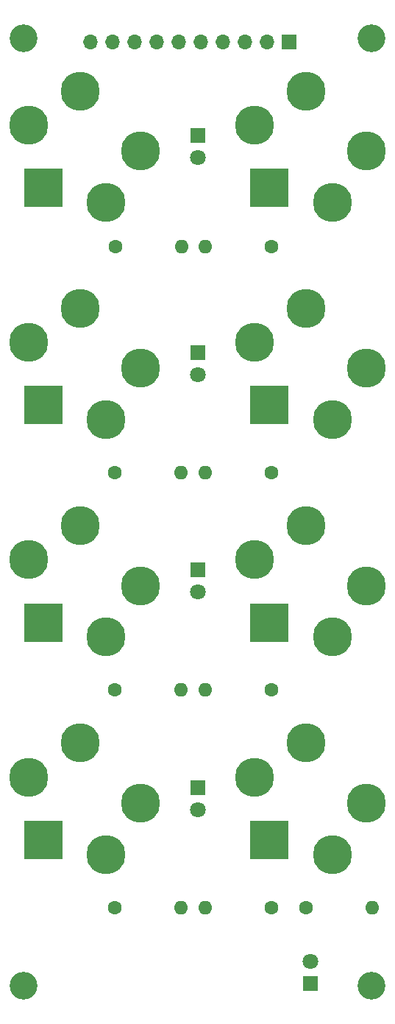
<source format=gbr>
%TF.GenerationSoftware,KiCad,Pcbnew,5.1.9-73d0e3b20d~88~ubuntu20.04.1*%
%TF.CreationDate,2021-03-31T23:36:19-04:00*%
%TF.ProjectId,MCVI,4d435649-2e6b-4696-9361-645f70636258,rev?*%
%TF.SameCoordinates,Original*%
%TF.FileFunction,Soldermask,Top*%
%TF.FilePolarity,Negative*%
%FSLAX46Y46*%
G04 Gerber Fmt 4.6, Leading zero omitted, Abs format (unit mm)*
G04 Created by KiCad (PCBNEW 5.1.9-73d0e3b20d~88~ubuntu20.04.1) date 2021-03-31 23:36:19*
%MOMM*%
%LPD*%
G01*
G04 APERTURE LIST*
%ADD10C,3.200000*%
%ADD11O,1.600000X1.600000*%
%ADD12C,1.600000*%
%ADD13C,1.800000*%
%ADD14R,1.800000X1.800000*%
%ADD15C,4.500001*%
%ADD16C,4.500000*%
%ADD17R,4.500001X4.500001*%
%ADD18O,1.700000X1.700000*%
%ADD19R,1.700000X1.700000*%
G04 APERTURE END LIST*
D10*
%TO.C,H4*%
X162000000Y-176000000D03*
%TD*%
D11*
%TO.C,R15*%
X142880000Y-142000000D03*
D12*
X150500000Y-142000000D03*
%TD*%
D13*
%TO.C,D6*%
X142000000Y-105740000D03*
D14*
X142000000Y-103200000D03*
%TD*%
D11*
%TO.C,R10*%
X162120000Y-167000000D03*
D12*
X154500000Y-167000000D03*
%TD*%
D11*
%TO.C,R16*%
X140120000Y-142000000D03*
D12*
X132500000Y-142000000D03*
%TD*%
D11*
%TO.C,R11*%
X142880000Y-91000000D03*
D12*
X150500000Y-91000000D03*
%TD*%
D11*
%TO.C,R17*%
X142880000Y-167000000D03*
D12*
X150500000Y-167000000D03*
%TD*%
D10*
%TO.C,H3*%
X122000000Y-176000000D03*
%TD*%
D13*
%TO.C,D7*%
X142000000Y-130740000D03*
D14*
X142000000Y-128200000D03*
%TD*%
D15*
%TO.C,J13*%
X157500000Y-85900000D03*
D16*
X148600000Y-77000000D03*
D15*
X161400000Y-80000000D03*
D17*
X150260000Y-84240000D03*
D16*
X154500000Y-73100000D03*
%TD*%
D11*
%TO.C,R18*%
X140120000Y-167000000D03*
D12*
X132500000Y-167000000D03*
%TD*%
D11*
%TO.C,R13*%
X142880000Y-117000000D03*
D12*
X150500000Y-117000000D03*
%TD*%
D15*
%TO.C,J15*%
X157500000Y-135900000D03*
D16*
X148600000Y-127000000D03*
D15*
X161400000Y-130000000D03*
D17*
X150260000Y-134240000D03*
D16*
X154500000Y-123100000D03*
%TD*%
D15*
%TO.C,J11*%
X131500000Y-110900000D03*
D16*
X122600000Y-102000000D03*
D15*
X135400000Y-105000000D03*
D17*
X124260000Y-109240000D03*
D16*
X128500000Y-98100000D03*
%TD*%
D15*
%TO.C,J16*%
X157500000Y-160900000D03*
D16*
X148600000Y-152000000D03*
D15*
X161400000Y-155000000D03*
D17*
X150260000Y-159240000D03*
D16*
X154500000Y-148100000D03*
%TD*%
D15*
%TO.C,J14*%
X157500000Y-110900000D03*
D16*
X148600000Y-102000000D03*
D15*
X161400000Y-105000000D03*
D17*
X150260000Y-109240000D03*
D16*
X154500000Y-98100000D03*
%TD*%
D11*
%TO.C,R12*%
X140140000Y-91000000D03*
D12*
X132520000Y-91000000D03*
%TD*%
D13*
%TO.C,D8*%
X142000000Y-155740000D03*
D14*
X142000000Y-153200000D03*
%TD*%
D10*
%TO.C,H7*%
X122000000Y-67000000D03*
%TD*%
D13*
%TO.C,D4*%
X155000000Y-173210000D03*
D14*
X155000000Y-175750000D03*
%TD*%
D13*
%TO.C,D5*%
X142000000Y-80740000D03*
D14*
X142000000Y-78200000D03*
%TD*%
D15*
%TO.C,J12*%
X131500000Y-85900000D03*
D16*
X122600000Y-77000000D03*
D15*
X135400000Y-80000000D03*
D17*
X124260000Y-84240000D03*
D16*
X128500000Y-73100000D03*
%TD*%
D15*
%TO.C,J9*%
X131500000Y-135900000D03*
D16*
X122600000Y-127000000D03*
D15*
X135400000Y-130000000D03*
D17*
X124260000Y-134240000D03*
D16*
X128500000Y-123100000D03*
%TD*%
D15*
%TO.C,J10*%
X131500000Y-160900000D03*
D16*
X122600000Y-152000000D03*
D15*
X135400000Y-155000000D03*
D17*
X124260000Y-159240000D03*
D16*
X128500000Y-148100000D03*
%TD*%
D10*
%TO.C,H8*%
X162000000Y-67000000D03*
%TD*%
D11*
%TO.C,R14*%
X140120000Y-117000000D03*
D12*
X132500000Y-117000000D03*
%TD*%
D18*
%TO.C,J8*%
X129640000Y-67500000D03*
X132180000Y-67500000D03*
X134720000Y-67500000D03*
X137260000Y-67500000D03*
X139800000Y-67500000D03*
X142340000Y-67500000D03*
X144880000Y-67500000D03*
X147420000Y-67500000D03*
X149960000Y-67500000D03*
D19*
X152500000Y-67500000D03*
%TD*%
M02*

</source>
